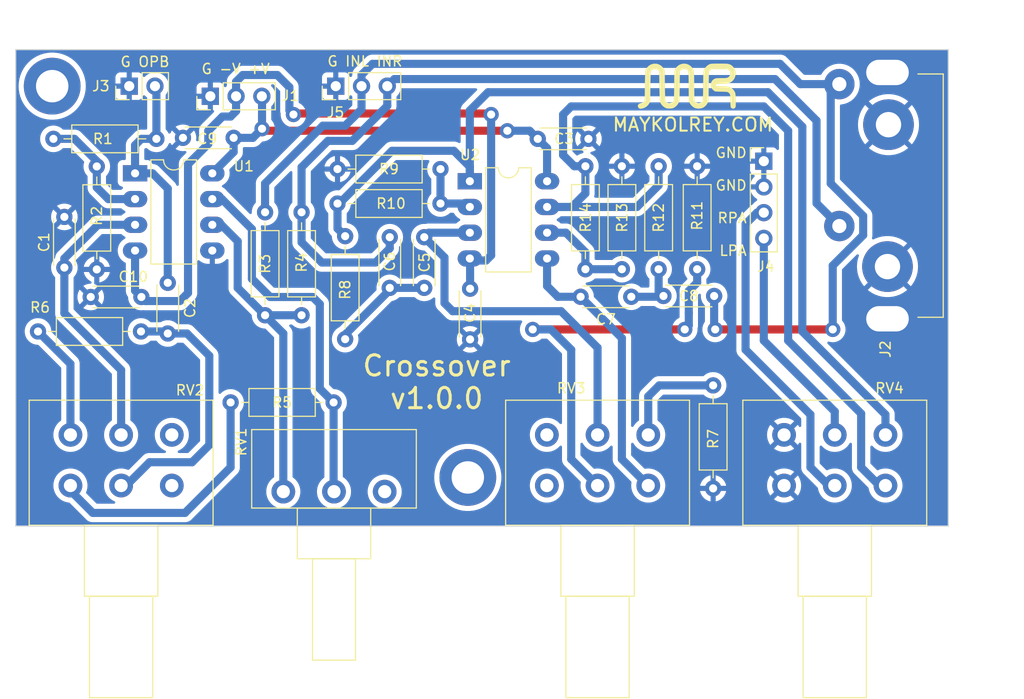
<source format=kicad_pcb>
(kicad_pcb (version 20221018) (generator pcbnew)
  (title_block (title "Crossover 2 vias") (date "2023-10-08") (rev "v1.0.0") (company "Maykol Rey") (comment 1 "Maykol Rey"))
  (layers (0 "F.Cu" signal) (31 "B.Cu" signal) (34 "B.Paste" user) (35 "F.Paste" user) (36 "B.SilkS" user "B.Silkscreen") (37 "F.SilkS" user "F.Silkscreen") (38 "B.Mask" user) (39 "F.Mask" user) (44 "Edge.Cuts" user))
  (net 0 "")
  (net 1 "GND")
  (net 2 "Net-(C1-Pad2)")
  (net 3 "/FiltroPasaBajo/OUT_ALL")
  (net 4 "Net-(C2-Pad2)")
  (net 5 "+12V")
  (net 6 "-12V")
  (net 7 "/filtroPasaAltas1/POT_P")
  (net 8 "Net-(C5-Pad2)")
  (net 9 "/filtroPasaAltas/POT_P")
  (net 10 "Net-(C7-Pad2)")
  (net 11 "/IZQUIERDO")
  (net 12 "/DERECHO")
  (net 13 "Net-(R1-Pad2)")
  (net 14 "Net-(R3-Pad1)")
  (net 15 "Net-(R5-Pad1)")
  (net 16 "/FiltroPasaBajo/IN_ALL")
  (net 17 "Net-(R6-Pad1)")
  (net 18 "/filtroPasaAltas1/POT_N")
  (net 19 "/filtroPasaAltas/POT_N")
  (net 20 "Net-(R10-Pad2)")
  (net 21 "Net-(R13-Pad1)")
  (net 27 "/IN_R")
  (net 28 "/IN_L")
  (net 29 "/filtroPasaAltas1/OUT")
  (net 30 "/filtroPasaAltas/OUT")
  (footprint "Connector_PinHeader_2.54mm:PinHeader_1x03_P2.54mm_Vertical" (layer "F.Cu") (at 132.955 80.97 90)
    (fp_text reference "J5" (at -2.6 -0.025 180) (layer "F.SilkS"))
    (fp_text value "OUT")
    (pad "1" thru_hole rect (at 0 0 90) (size 1.7 1.7) (drill 1) (layers "*.Cu" "*.Mask") (net 1 "GND"))
    (pad "2" thru_hole oval (at 0 2.54 90) (size 1.7 1.7) (drill 1) (layers "*.Cu" "*.Mask") (net 28 "/IN_L"))
    (pad "3" thru_hole oval (at 0 5.08 90) (size 1.7 1.7) (drill 1) (layers "*.Cu" "*.Mask") (net 27 "/IN_R"))
  )
  (footprint "Capacitor_THT:C_Disc_D4.3mm_W1.9mm_P5.00mm" (layer "F.Cu") (at 146.205 100.95 -90)
    (fp_text reference "C4" (at 2.4 0 90) (layer "F.SilkS"))
    (fp_text value "100nF")
    (pad "1" thru_hole circle (at 0 0 270) (size 1.6 1.6) (drill 0.8) (layers "*.Cu" "*.Mask") (net 6 "-12V"))
    (pad "2" thru_hole circle (at 5 0 270) (size 1.6 1.6) (drill 0.8) (layers "*.Cu" "*.Mask") (net 1 "GND"))
  )
  (footprint "Resistor_THT:R_Axial_DIN0207_L6.3mm_D2.5mm_P10.16mm_Horizontal" (layer "F.Cu") (at 164.805 88.87 -90)
    (fp_text reference "R12" (at 5.08 0 90) (layer "F.SilkS"))
    (fp_text value "2K")
    (pad "1" thru_hole circle (at 0 0 270) (size 1.6 1.6) (drill 0.8) (layers "*.Cu" "*.Mask") (net 30 "/filtroPasaAltas/OUT"))
    (pad "2" thru_hole oval (at 10.16 0 270) (size 1.6 1.6) (drill 0.8) (layers "*.Cu" "*.Mask") (net 10 "Net-(C7-Pad2)"))
  )
  (footprint "Package_DIP:DIP-8_W7.62mm_LongPads" (layer "F.Cu") (at 146.18 90.35)
    (fp_text reference "U2" (at 0.025 -2.6) (layer "F.SilkS"))
    (fp_text value "TL082")
    (pad "1" thru_hole rect (at 0 0) (size 2.4 1.6) (drill 0.8) (layers "*.Cu" "*.Mask") (net 29 "/filtroPasaAltas1/OUT"))
    (pad "2" thru_hole oval (at 0 2.54) (size 2.4 1.6) (drill 0.8) (layers "*.Cu" "*.Mask") (net 20 "Net-(R10-Pad2)"))
    (pad "3" thru_hole oval (at 0 5.08) (size 2.4 1.6) (drill 0.8) (layers "*.Cu" "*.Mask") (net 7 "/filtroPasaAltas1/POT_P"))
    (pad "4" thru_hole oval (at 0 7.62) (size 2.4 1.6) (drill 0.8) (layers "*.Cu" "*.Mask") (net 6 "-12V"))
    (pad "5" thru_hole oval (at 7.62 7.62) (size 2.4 1.6) (drill 0.8) (layers "*.Cu" "*.Mask") (net 9 "/filtroPasaAltas/POT_P"))
    (pad "6" thru_hole oval (at 7.62 5.08) (size 2.4 1.6) (drill 0.8) (layers "*.Cu" "*.Mask") (net 21 "Net-(R13-Pad1)"))
    (pad "7" thru_hole oval (at 7.62 2.54) (size 2.4 1.6) (drill 0.8) (layers "*.Cu" "*.Mask") (net 30 "/filtroPasaAltas/OUT"))
    (pad "8" thru_hole oval (at 7.62 0) (size 2.4 1.6) (drill 0.8) (layers "*.Cu" "*.Mask") (net 5 "+12V"))
  )
  (footprint "MSS_Devices:logo-mr_silk" (layer "F.Cu") (at 167.58 80.97)
    (fp_text reference "G***" hide)
    (fp_text value "LOGO" hide)
  )
  (footprint "Resistor_THT:R_Axial_DIN0207_L6.3mm_D2.5mm_P10.16mm_Horizontal" (layer "F.Cu") (at 161.18 99.03 90)
    (fp_text reference "R13" (at 5.08 0.025 90) (layer "F.SilkS"))
    (fp_text value "18K")
    (pad "1" thru_hole circle (at 0 0 90) (size 1.6 1.6) (drill 0.8) (layers "*.Cu" "*.Mask") (net 21 "Net-(R13-Pad1)"))
    (pad "2" thru_hole oval (at 10.16 0 90) (size 1.6 1.6) (drill 0.8) (layers "*.Cu" "*.Mask") (net 1 "GND"))
  )
  (footprint "Resistor_THT:R_Axial_DIN0207_L6.3mm_D2.5mm_P10.16mm_Horizontal" (layer "F.Cu") (at 170.18 110.49 -90)
    (fp_text reference "R7" (at 5.28 0 90) (layer "F.SilkS"))
    (fp_text value "1K")
    (pad "1" thru_hole circle (at 0 0 270) (size 1.6 1.6) (drill 0.8) (layers "*.Cu" "*.Mask") (net 18 "/filtroPasaAltas1/POT_N"))
    (pad "2" thru_hole oval (at 10.16 0 270) (size 1.6 1.6) (drill 0.8) (layers "*.Cu" "*.Mask") (net 1 "GND"))
  )
  (footprint "Capacitor_THT:C_Disc_D4.3mm_W1.9mm_P5.00mm" (layer "F.Cu") (at 141.68 95.87 -90)
    (fp_text reference "C5" (at 2.5 -0.025 90) (layer "F.SilkS"))
    (fp_text value "47nF")
    (pad "1" thru_hole circle (at 0 0 270) (size 1.6 1.6) (drill 0.8) (layers "*.Cu" "*.Mask") (net 7 "/filtroPasaAltas1/POT_P"))
    (pad "2" thru_hole circle (at 5 0 270) (size 1.6 1.6) (drill 0.8) (layers "*.Cu" "*.Mask") (net 8 "Net-(C5-Pad2)"))
  )
  (footprint "Resistor_THT:R_Axial_DIN0207_L6.3mm_D2.5mm_P10.16mm_Horizontal" (layer "F.Cu") (at 168.605 99.03 90)
    (fp_text reference "R11" (at 5.28 0 90) (layer "F.SilkS"))
    (fp_text value "1K")
    (pad "1" thru_hole circle (at 0 0 90) (size 1.6 1.6) (drill 0.8) (layers "*.Cu" "*.Mask") (net 19 "/filtroPasaAltas/POT_N"))
    (pad "2" thru_hole oval (at 10.16 0 90) (size 1.6 1.6) (drill 0.8) (layers "*.Cu" "*.Mask") (net 1 "GND"))
  )
  (footprint "Resistor_THT:R_Axial_DIN0207_L6.3mm_D2.5mm_P10.16mm_Horizontal" (layer "F.Cu") (at 115.26 86.17 180)
    (fp_text reference "R1" (at 5.28 0) (layer "F.SilkS"))
    (fp_text value "2.7K")
    (pad "1" thru_hole circle (at 0 0 180) (size 1.6 1.6) (drill 0.8) (layers "*.Cu" "*.Mask") (net 3 "/FiltroPasaBajo/OUT_ALL"))
    (pad "2" thru_hole oval (at 10.16 0 180) (size 1.6 1.6) (drill 0.8) (layers "*.Cu" "*.Mask") (net 13 "Net-(R1-Pad2)"))
  )
  (footprint "Capacitor_THT:C_Disc_D4.3mm_W1.9mm_P5.00mm" (layer "F.Cu") (at 138.28 100.87 90)
    (fp_text reference "C6" (at 2.6 0 90) (layer "F.SilkS"))
    (fp_text value "47nF")
    (pad "1" thru_hole circle (at 0 0 90) (size 1.6 1.6) (drill 0.8) (layers "*.Cu" "*.Mask") (net 8 "Net-(C5-Pad2)"))
    (pad "2" thru_hole circle (at 5 0 90) (size 1.6 1.6) (drill 0.8) (layers "*.Cu" "*.Mask") (net 27 "/IN_R"))
  )
  (footprint "MountingHole:MountingHole_3.2mm_M3_DIN965_Pad" (layer "F.Cu") (at 145.98 119.57)
    (fp_text reference "H2" hide)
    (fp_text value "MountingHole")
    (pad "1" thru_hole circle (at 0 0) (size 5.6 5.6) (drill 3.2) (layers "*.Cu" "*.Mask"))
  )
  (footprint "Resistor_THT:R_Axial_DIN0207_L6.3mm_D2.5mm_P10.16mm_Horizontal" (layer "F.Cu") (at 133.88 95.77 -90)
    (fp_text reference "R8" (at 5.28 0 90) (layer "F.SilkS"))
    (fp_text value "2K")
    (pad "1" thru_hole circle (at 0 0 270) (size 1.6 1.6) (drill 0.8) (layers "*.Cu" "*.Mask") (net 29 "/filtroPasaAltas1/OUT"))
    (pad "2" thru_hole oval (at 10.16 0 270) (size 1.6 1.6) (drill 0.8) (layers "*.Cu" "*.Mask") (net 8 "Net-(C5-Pad2)"))
  )
  (footprint "Potentiometer_THT:Potentiometer_Alps_RK163_Dual_Horizontal" (layer "F.Cu") (at 177.18 120.37 -90)
    (fp_text reference "RV4" (at -9.6 -10.4) (layer "F.SilkS"))
    (fp_text value "5K")
    (pad "1" thru_hole circle (at 0 0 270) (size 2.34 2.34) (drill 1.3) (layers "*.Cu" "*.Mask") (net 1 "GND"))
    (pad "2" thru_hole circle (at 0 -5 270) (size 2.34 2.34) (drill 1.3) (layers "*.Cu" "*.Mask") (net 11 "/IZQUIERDO"))
    (pad "3" thru_hole circle (at 0 -10 270) (size 2.34 2.34) (drill 1.3) (layers "*.Cu" "*.Mask") (net 30 "/filtroPasaAltas/OUT"))
    (pad "4" thru_hole circle (at -5 0 270) (size 2.34 2.34) (drill 1.3) (layers "*.Cu" "*.Mask") (net 1 "GND"))
    (pad "5" thru_hole circle (at -5 -5 270) (size 2.34 2.34) (drill 1.3) (layers "*.Cu" "*.Mask") (net 12 "/DERECHO"))
    (pad "6" thru_hole circle (at -5 -10 270) (size 2.34 2.34) (drill 1.3) (layers "*.Cu" "*.Mask") (net 29 "/filtroPasaAltas1/OUT"))
  )
  (footprint "Package_DIP:DIP-8_W7.62mm_LongPads" (layer "F.Cu") (at 113.155 89.57)
    (fp_text reference "U1" (at 10.725 -0.7) (layer "F.SilkS"))
    (fp_text value "TL082")
    (pad "1" thru_hole rect (at 0 0) (size 2.4 1.6) (drill 0.8) (layers "*.Cu" "*.Mask") (net 3 "/FiltroPasaBajo/OUT_ALL"))
    (pad "2" thru_hole oval (at 0 2.54) (size 2.4 1.6) (drill 0.8) (layers "*.Cu" "*.Mask") (net 13 "Net-(R1-Pad2)"))
    (pad "3" thru_hole oval (at 0 5.08) (size 2.4 1.6) (drill 0.8) (layers "*.Cu" "*.Mask") (net 2 "Net-(C1-Pad2)"))
    (pad "4" thru_hole oval (at 0 7.62) (size 2.4 1.6) (drill 0.8) (layers "*.Cu" "*.Mask") (net 6 "-12V"))
    (pad "5" thru_hole oval (at 7.62 7.62) (size 2.4 1.6) (drill 0.8) (layers "*.Cu" "*.Mask") (net 1 "GND"))
    (pad "6" thru_hole oval (at 7.62 5.08) (size 2.4 1.6) (drill 0.8) (layers "*.Cu" "*.Mask") (net 14 "Net-(R3-Pad1)"))
    (pad "7" thru_hole oval (at 7.62 2.54) (size 2.4 1.6) (drill 0.8) (layers "*.Cu" "*.Mask") (net 16 "/FiltroPasaBajo/IN_ALL"))
    (pad "8" thru_hole oval (at 7.62 0) (size 2.4 1.6) (drill 0.8) (layers "*.Cu" "*.Mask") (net 5 "+12V"))
  )
  (footprint "Connector_PinHeader_2.54mm:PinHeader_1x02_P2.54mm_Vertical" (layer "F.Cu") (at 112.58 80.97 90)
    (fp_text reference "J3" (at 0 -2.8 180) (layer "F.SilkS"))
    (fp_text value "OUT")
    (pad "1" thru_hole rect (at 0 0 90) (size 1.7 1.7) (drill 1) (layers "*.Cu" "*.Mask") (net 1 "GND"))
    (pad "2" thru_hole oval (at 0 2.54 90) (size 1.7 1.7) (drill 1) (layers "*.Cu" "*.Mask") (net 3 "/FiltroPasaBajo/OUT_ALL"))
  )
  (footprint "Resistor_THT:R_Axial_DIN0207_L6.3mm_D2.5mm_P10.16mm_Horizontal" (layer "F.Cu") (at 129.58 103.57 90)
    (fp_text reference "R4" (at 5.2 0 90) (layer "F.SilkS"))
    (fp_text value "22K")
    (pad "1" thru_hole circle (at 0 0 90) (size 1.6 1.6) (drill 0.8) (layers "*.Cu" "*.Mask") (net 14 "Net-(R3-Pad1)"))
    (pad "2" thru_hole oval (at 10.16 0 90) (size 1.6 1.6) (drill 0.8) (layers "*.Cu" "*.Mask") (net 27 "/IN_R"))
  )
  (footprint "Resistor_THT:R_Axial_DIN0207_L6.3mm_D2.5mm_P10.16mm_Horizontal" (layer "F.Cu") (at 122.58 112.17)
    (fp_text reference "R5" (at 5.08 0) (layer "F.SilkS"))
    (fp_text value "10K")
    (pad "1" thru_hole circle (at 0 0) (size 1.6 1.6) (drill 0.8) (layers "*.Cu" "*.Mask") (net 15 "Net-(R5-Pad1)"))
    (pad "2" thru_hole oval (at 10.16 0) (size 1.6 1.6) (drill 0.8) (layers "*.Cu" "*.Mask") (net 16 "/FiltroPasaBajo/IN_ALL"))
  )
  (footprint "Potentiometer_THT:Potentiometer_Alps_RK163_Dual_Horizontal" (layer "F.Cu") (at 153.78 120.37 -90)
    (fp_text reference "RV3" (at -9.6 -2.4) (layer "F.SilkS"))
    (fp_text value "5K")
    (pad "1" thru_hole circle (at 0 0 270) (size 2.34 2.34) (drill 1.3) (layers "*.Cu" "*.Mask"))
    (pad "2" thru_hole circle (at 0 -5 270) (size 2.34 2.34) (drill 1.3) (layers "*.Cu" "*.Mask") (net 19 "/filtroPasaAltas/POT_N"))
    (pad "3" thru_hole circle (at 0 -10 270) (size 2.34 2.34) (drill 1.3) (layers "*.Cu" "*.Mask") (net 9 "/filtroPasaAltas/POT_P"))
    (pad "4" thru_hole circle (at -5 0 270) (size 2.34 2.34) (drill 1.3) (layers "*.Cu" "*.Mask"))
    (pad "5" thru_hole circle (at -5 -5 270) (size 2.34 2.34) (drill 1.3) (layers "*.Cu" "*.Mask") (net 7 "/filtroPasaAltas1/POT_P"))
    (pad "6" thru_hole circle (at -5 -10 270) (size 2.34 2.34) (drill 1.3) (layers "*.Cu" "*.Mask") (net 18 "/filtroPasaAltas1/POT_N"))
  )
  (footprint "Resistor_THT:R_Axial_DIN0207_L6.3mm_D2.5mm_P10.16mm_Horizontal" (layer "F.Cu") (at 109.38 88.89 -90)
    (fp_text reference "R2" (at 4.88 0 90) (layer "F.SilkS"))
    (fp_text value "4.7K")
    (pad "1" thru_hole circle (at 0 0 270) (size 1.6 1.6) (drill 0.8) (layers "*.Cu" "*.Mask") (net 13 "Net-(R1-Pad2)"))
    (pad "2" thru_hole oval (at 10.16 0 270) (size 1.6 1.6) (drill 0.8) (layers "*.Cu" "*.Mask") (net 1 "GND"))
  )
  (footprint "Potentiometer_THT:Potentiometer_Alps_RK163_Dual_Horizontal" (layer "F.Cu") (at 106.78 120.37 -90)
    (fp_text reference "RV2" (at -9.4 -11.8) (layer "F.SilkS"))
    (fp_text value "100K")
    (pad "1" thru_hole circle (at 0 0 270) (size 2.34 2.34) (drill 1.3) (layers "*.Cu" "*.Mask") (net 15 "Net-(R5-Pad1)"))
    (pad "2" thru_hole circle (at 0 -5 270) (size 2.34 2.34) (drill 1.3) (layers "*.Cu" "*.Mask") (net 4 "Net-(C2-Pad2)"))
    (pad "3" thru_hole circle (at 0 -10 270) (size 2.34 2.34) (drill 1.3) (layers "*.Cu" "*.Mask"))
    (pad "4" thru_hole circle (at -5 0 270) (size 2.34 2.34) (drill 1.3) (layers "*.Cu" "*.Mask") (net 17 "Net-(R6-Pad1)"))
    (pad "5" thru_hole circle (at -5 -5 270) (size 2.34 2.34) (drill 1.3) (layers "*.Cu" "*.Mask") (net 2 "Net-(C1-Pad2)"))
    (pad "6" thru_hole circle (at -5 -10 270) (size 2.34 2.34) (drill 1.3) (layers "*.Cu" "*.Mask"))
  )
  (footprint "Capacitor_THT:C_Disc_D4.3mm_W1.9mm_P5.00mm" (layer "F.Cu") (at 106.18 93.87 -90)
    (fp_text reference "C1" (at 2.5 2 90) (layer "F.SilkS"))
    (fp_text value "47nF")
    (pad "1" thru_hole circle (at 0 0 270) (size 1.6 1.6) (drill 0.8) (layers "*.Cu" "*.Mask") (net 1 "GND"))
    (pad "2" thru_hole circle (at 5 0 270) (size 1.6 1.6) (drill 0.8) (layers "*.Cu" "*.Mask") (net 2 "Net-(C1-Pad2)"))
  )
  (footprint "Capacitor_THT:C_Disc_D4.3mm_W1.9mm_P5.00mm" (layer "F.Cu") (at 113.78 101.77 180)
    (fp_text reference "C10" (at 0.8 2) (layer "F.SilkS"))
    (fp_text value "100nF")
    (pad "1" thru_hole circle (at 0 0 180) (size 1.6 1.6) (drill 0.8) (layers "*.Cu" "*.Mask") (net 6 "-12V"))
    (pad "2" thru_hole circle (at 5 0 180) (size 1.6 1.6) (drill 0.8) (layers "*.Cu" "*.Mask") (net 1 "GND"))
  )
  (footprint "Resistor_THT:R_Axial_DIN0207_L6.3mm_D2.5mm_P10.16mm_Horizontal" (layer "F.Cu") (at 157.58 88.87 -90)
    (fp_text reference "R14" (at 5.08 -0.025 90) (layer "F.SilkS"))
    (fp_text value "10K")
    (pad "1" thru_hole circle (at 0 0 270) (size 1.6 1.6) (drill 0.8) (layers "*.Cu" "*.Mask") (net 30 "/filtroPasaAltas/OUT"))
    (pad "2" thru_hole oval (at 10.16 0 270) (size 1.6 1.6) (drill 0.8) (layers "*.Cu" "*.Mask") (net 21 "Net-(R13-Pad1)"))
  )
  (footprint "Capacitor_THT:C_Disc_D4.3mm_W1.9mm_P5.00mm" (layer "F.Cu") (at 165.28 101.67)
    (fp_text reference "C8" (at 2.5 0) (layer "F.SilkS"))
    (fp_text value "47nF")
    (pad "1" thru_hole circle (at 0 0) (size 1.6 1.6) (drill 0.8) (layers "*.Cu" "*.Mask") (net 10 "Net-(C7-Pad2)"))
    (pad "2" thru_hole circle (at 5 0) (size 1.6 1.6) (drill 0.8) (layers "*.Cu" "*.Mask") (net 28 "/IN_L"))
  )
  (footprint "MountingHole:MountingHole_3.2mm_M3_DIN965_Pad" (layer "F.Cu") (at 104.98 80.97)
    (fp_text reference "H1" hide)
    (fp_text value "MountingHole")
    (pad "1" thru_hole circle (at 0 0) (size 5.6 5.6) (drill 3.2) (layers "*.Cu" "*.Mask"))
  )
  (footprint "Connector_PinHeader_2.54mm:PinHeader_1x03_P2.54mm_Vertical" (layer "F.Cu") (at 120.58 81.97 90)
    (fp_text reference "J1" (at 0.05 7.9) (layer "F.SilkS"))
    (fp_text value "POWER")
    (pad "1" thru_hole rect (at 0 0 90) (size 1.7 1.7) (drill 1) (layers "*.Cu" "*.Mask") (net 1 "GND"))
    (pad "2" thru_hole oval (at 0 2.54 90) (size 1.7 1.7) (drill 1) (layers "*.Cu" "*.Mask") (net 6 "-12V"))
    (pad "3" thru_hole oval (at 0 5.08 90) (size 1.7 1.7) (drill 1) (layers "*.Cu" "*.Mask") (net 5 "+12V"))
  )
  (footprint "Capacitor_THT:C_Disc_D4.3mm_W1.9mm_P5.00mm" (layer "F.Cu") (at 157.88 86.17 180)
    (fp_text reference "C3" (at 2.4 0) (layer "F.SilkS"))
    (fp_text value "100nF")
    (pad "1" thru_hole circle (at 0 0 180) (size 1.6 1.6) (drill 0.8) (layers "*.Cu" "*.Mask") (net 1 "GND"))
    (pad "2" thru_hole circle (at 5 0 180) (size 1.6 1.6) (drill 0.8) (layers "*.Cu" "*.Mask") (net 5 "+12V"))
  )
  (footprint "Capacitor_THT:C_Disc_D4.3mm_W1.9mm_P5.00mm" (layer "F.Cu") (at 117.88 86.07)
    (fp_text reference "C9" (at 2.4 0.1) (layer "F.SilkS"))
    (fp_text value "100nF")
    (pad "1" thru_hole circle (at 0 0) (size 1.6 1.6) (drill 0.8) (layers "*.Cu" "*.Mask") (net 1 "GND"))
    (pad "2" thru_hole circle (at 5 0) (size 1.6 1.6) (drill 0.8) (layers "*.Cu" "*.Mask") (net 5 "+12V"))
  )
  (footprint "Capacitor_THT:C_Disc_D4.3mm_W1.9mm_P5.00mm" (layer "F.Cu") (at 157.105 101.75)
    (fp_text reference "C7" (at 2.5 2.22) (layer "F.SilkS"))
    (fp_text value "47nF")
    (pad "1" thru_hole circle (at 0 0) (size 1.6 1.6) (drill 0.8) (layers "*.Cu" "*.Mask") (net 9 "/filtroPasaAltas/POT_P"))
    (pad "2" thru_hole circle (at 5 0) (size 1.6 1.6) (drill 0.8) (layers "*.Cu" "*.Mask") (net 10 "Net-(C7-Pad2)"))
  )
  (footprint "Capacitor_THT:C_Disc_D4.3mm_W1.9mm_P5.00mm" (layer "F.Cu") (at 116.38 100.37 -90)
    (fp_text reference "C2" (at 2.5 -2.2 90) (layer "F.SilkS"))
    (fp_text value "47nF")
    (pad "1" thru_hole circle (at 0 0 270) (size 1.6 1.6) (drill 0.8) (layers "*.Cu" "*.Mask") (net 3 "/FiltroPasaBajo/OUT_ALL"))
    (pad "2" thru_hole circle (at 5 0 270) (size 1.6 1.6) (drill 0.8) (layers "*.Cu" "*.Mask") (net 4 "Net-(C2-Pad2)"))
  )
  (footprint "Resistor_THT:R_Axial_DIN0207_L6.3mm_D2.5mm_P10.16mm_Horizontal" (layer "F.Cu") (at 125.98 103.57 90)
    (fp_text reference "R3" (at 5.08 0 90) (layer "F.SilkS"))
    (fp_text value "22K")
    (pad "1" thru_hole circle (at 0 0 90) (size 1.6 1.6) (drill 0.8) (layers "*.Cu" "*.Mask") (net 14 "Net-(R3-Pad1)"))
    (pad "2" thru_hole oval (at 10.16 0 90) (size 1.6 1.6) (drill 0.8) (layers "*.Cu" "*.Mask") (net 28 "/IN_L"))
  )
  (footprint "Resistor_THT:R_Axial_DIN0207_L6.3mm_D2.5mm_P10.16mm_Horizontal" (layer "F.Cu") (at 133.125 92.55)
    (fp_text reference "R10" (at 5.28 0) (layer "F.SilkS"))
    (fp_text value "10K")
    (pad "1" thru_hole circle (at 0 0) (size 1.6 1.6) (drill 0.8) (layers "*.Cu" "*.Mask") (net 29 "/filtroPasaAltas1/OUT"))
    (pad "2" thru_hole oval (at 10.16 0) (size 1.6 1.6) (drill 0.8) (layers "*.Cu" "*.Mask") (net 20 "Net-(R10-Pad2)"))
  )
  (footprint "Resistor_THT:R_Axial_DIN0207_L6.3mm_D2.5mm_P10.16mm_Horizontal" (layer "F.Cu") (at 143.285 89.15 180)
    (fp_text reference "R9" (at 5.08 0) (layer "F.SilkS"))
    (fp_text value "18K")
    (pad "1" thru_hole circle (at 0 0 180) (size 1.6 1.6) (drill 0.8) (layers "*.Cu" "*.Mask") (net 20 "Net-(R10-Pad2)"))
    (pad "2" thru_hole oval (at 10.16 0 180) (size 1.6 1.6) (drill 0.8) (layers "*.Cu" "*.Mask") (net 1 "GND"))
  )
  (footprint "Potentiometer_THT:Potentiometer_Piher_T-16H_Single_Horizontal" (layer "F.Cu") (at 127.78 120.97 -90)
    (fp_text reference "RV1" (at -4.9 4.15 90) (layer "F.SilkS"))
    (fp_text value "47K")
    (pad "1" thru_hole circle (at 0 0 270) (size 2.34 2.34) (drill 1.3) (layers "*.Cu" "*.Mask") (net 14 "Net-(R3-Pad1)"))
    (pad "2" thru_hole circle (at 0 -5 270) (size 2.34 2.34) (drill 1.3) (layers "*.Cu" "*.Mask") (net 16 "/FiltroPasaBajo/IN_ALL"))
    (pad "3" thru_hole circle (at 0 -10 270) (size 2.34 2.34) (drill 1.3) (layers "*.Cu" "*.Mask"))
  )
  (footprint "Connector_PinHeader_2.54mm:PinHeader_1x04_P2.54mm_Vertical" (layer "F.Cu") (at 175.18 88.37)
    (fp_text reference "J4" (at 0.2 10.4 180) (layer "F.SilkS"))
    (fp_text value "OUT")
    (pad "1" thru_hole rect (at 0 0) (size 1.7 1.7) (drill 1) (layers "*.Cu" "*.Mask") (net 1 "GND"))
    (pad "2" thru_hole oval (at 0 2.54) (size 1.7 1.7) (drill 1) (layers "*.Cu" "*.Mask") (net 1 "GND"))
    (pad "3" thru_hole oval (at 0 5.08) (size 1.7 1.7) (drill 1) (layers "*.Cu" "*.Mask") (net 11 "/IZQUIERDO"))
    (pad "4" thru_hole oval (at 0 7.62) (size 1.7 1.7) (drill 1) (layers "*.Cu" "*.Mask") (net 12 "/DERECHO"))
  )
  (footprint "Resistor_THT:R_Axial_DIN0207_L6.3mm_D2.5mm_P10.16mm_Horizontal" (layer "F.Cu") (at 103.58 105.17)
    (fp_text reference "R6" (at 0.2 -2.37) (layer "F.SilkS"))
    (fp_text value "10K")
    (pad "1" thru_hole circle (at 0 0) (size 1.6 1.6) (drill 0.8) (layers "*.Cu" "*.Mask") (net 17 "Net-(R6-Pad1)"))
    (pad "2" thru_hole oval (at 10.16 0) (size 1.6 1.6) (drill 0.8) (layers "*.Cu" "*.Mask") (net 4 "Net-(C2-Pad2)"))
  )
  (footprint "MSS_Connector:CUI_RCJ-21XX" (layer "F.Cu") (at 187.38 91.77 -90)
    (fp_text reference "J2" (at 15.15 0.2 90) (layer "F.SilkS"))
    (fp_text value "IN")
    (pad "" np_thru_hole oval (at -12.15 0 270) (size 2.5 4.2) (drill oval 2.5 4.2) (layers "*.Cu" "*.Mask"))
    (pad "" np_thru_hole oval (at 12.15 0 270) (size 2.5 4.2) (drill oval 2.5 4.2) (layers "*.Cu" "*.Mask"))
    (pad "1" thru_hole circle (at -11 4.75 270) (size 3 3) (drill 1.4) (layers "*.Cu" "*.Mask") (net 28 "/IN_L"))
    (pad "2" thru_hole circle (at 3 4.75 270) (size 3 3) (drill 1.4) (layers "*.Cu" "*.Mask") (net 27 "/IN_R"))
    (pad "3" thru_hole circle (at -7 -0.1 270) (size 5 5) (drill 2.5) (layers "*.Cu" "*.Mask") (net 1 "GND"))
    (pad "3" thru_hole circle (at 7 0 270) (size 5 5) (drill 2.5) (layers "*.Cu" "*.Mask") (net 1 "GND"))
  )
  (footprint "MSS_Devices:logo-mr" (layer "B.Cu") (at 144.33 110.47 180)
    (fp_text reference "G***" hide)
    (fp_text value "LOGO" hide)
  )
  (gr_line (start 193.38 124.37) (end 193.38 77.37) (stroke (width 0.1)) (layer "Edge.Cuts"))
  (gr_line (start 101.38 77.37) (end 101.38 124.37) (stroke (width 0.1)) (layer "Edge.Cuts"))
  (gr_line (start 193.38 77.37) (end 101.38 77.37) (stroke (width 0.1)) (layer "Edge.Cuts"))
  (gr_line (start 101.38 124.37) (end 193.38 124.37) (stroke (width 0.1)) (layer "Edge.Cuts"))
  (gr_text "G INL INR" (at 135.83 78.52) (layer "F.SilkS") (effects (font (size 1 1))))
  (gr_text "MAYKOLREY.COM" (at 168.18 84.77) (layer "F.SilkS") (effects (font (size 1.3 1.3) (thickness 0.2))))
  (gr_text "G -V +V" (at 123.08 79.27) (layer "F.SilkS") (effects (font (size 1 1))))
  (gr_text "Crossover\n${REVISION}" (at 142.91 110.17) (layer "F.SilkS") (effects (font (size 2 2) (thickness 0.3))))
  (gr_text "GND\n\nGND\n\nRPA\n\nLPA" (at 173.58 92.37) (layer "F.SilkS") (effects (font (size 1 1)) (justify right)))
  (gr_text "G OPB" (at 114.13 78.57) (layer "F.SilkS") (effects (font (size 1 1))))
  (segment (start 106.18 98.87) (end 106.18 103.37) (width 0.8) (layer "B.Cu") (net 2))
  (segment (start 111.78 108.97) (end 111.78 115.37) (width 0.8) (layer "B.Cu") (net 2))
  (segment (start 109.5 94.65) (end 106.18 97.97) (width 0.8) (layer "B.Cu") (net 2))
  (segment (start 106.18 103.37) (end 111.78 108.97) (width 0.8) (layer "B.Cu") (net 2))
  (segment (start 106.18 97.97) (end 106.18 98.87) (width 0.8) (layer "B.Cu") (net 2))
  (segment (start 113.155 94.65) (end 109.5 94.65) (width 0.8) (layer "B.Cu") (net 2))
  (segment (start 113.155 86.795) (end 113.155 89.57) (width 0.8) (layer "B.Cu") (net 3))
  (segment (start 113.78 86.17) (end 113.155 86.795) (width 0.8) (layer "B.Cu") (net 3))
  (segment (start 115.26 86.17) (end 113.78 86.17) (width 0.8) (layer "B.Cu") (net 3))
  (segment (start 115.26 81.11) (end 115.26 86.17) (width 0.8) (layer "B.Cu") (net 3))
  (segment (start 116.38 91.07) (end 114.88 89.57) (width 0.8) (layer "B.Cu") (net 3))
  (segment (start 115.12 80.97) (end 115.26 81.11) (width 0.8) (layer "B.Cu") (net 3))
  (segment (start 116.38 100.37) (end 116.38 91.07) (width 0.8) (layer "B.Cu") (net 3))
  (segment (start 114.88 89.57) (end 113.155 89.57) (width 0.8) (layer "B.Cu") (net 3))
  (segment (start 116.18 105.17) (end 113.74 105.17) (width 0.8) (layer "B.Cu") (net 4))
  (segment (start 118.78 118.07) (end 120.48 116.37) (width 0.8) (layer "B.Cu") (net 4))
  (segment (start 120.48 116.37) (end 120.48 107.57) (width 0.8) (layer "B.Cu") (net 4))
  (segment (start 118.28 105.37) (end 116.38 105.37) (width 0.8) (layer "B.Cu") (net 4))
  (segment (start 114.58 118.07) (end 118.78 118.07) (width 0.8) (layer "B.Cu") (net 4))
  (segment (start 120.48 107.57) (end 118.28 105.37) (width 0.8) (layer "B.Cu") (net 4))
  (segment (start 111.78 120.87) (end 114.58 118.07) (width 0.8) (layer "B.Cu") (net 4))
  (segment (start 125.88 85.37) (end 149.88 85.37) (width 0.8) (layer "F.Cu") (net 5))
  (segment (start 125.68 85.17) (end 125.88 85.37) (width 0.8) (layer "F.Cu") (net 5))
  (via (at 149.88 85.37) (size 1.5) (drill 0.8) (layers "F.Cu" "B.Cu") (net 5))
  (via (at 125.68 85.17) (size 1.5) (drill 0.8) (layers "F.Cu" "B.Cu") (net 5))
  (segment (start 149.88 85.37) (end 152.08 85.37) (width 0.8) (layer "B.Cu") (net 5))
  (segment (start 152.08 85.37) (end 152.88 86.17) (width 0.8) (layer "B.Cu") (net 5))
  (segment (start 125.68 85.17) (end 125.68 81.99) (width 0.8) (layer "B.Cu") (net 5))
  (segment (start 125.68 85.17) (end 124.78 86.07) (width 0.8) (layer "B.Cu") (net 5))
  (segment (start 124.78 86.07) (end 122.88 86.07) (width 0.8) (layer "B.Cu") (net 5))
  (segment (start 125.68 81.99) (end 125.66 81.97) (width 0.8) (layer "B.Cu") (net 5))
  (segment (start 120.775 89.57) (end 122.88 87.465) (width 0.8) (layer "B.Cu") (net 5))
  (segment (start 122.88 87.465) (end 122.88 86.07) (width 0.8) (layer "B.Cu") (net 5))
  (segment (start 153.8 87.09) (end 152.88 86.17) (width 0.8) (layer "B.Cu") (net 5))
  (segment (start 153.8 90.35) (end 153.8 87.09) (width 0.8) (layer "B.Cu") (net 5))
  (segment (start 128.88 83.67) (end 148.18 83.67) (width 0.8) (layer "F.Cu") (net 6))
  (segment (start 128.78 83.77) (end 128.88 83.67) (width 0.8) (layer "F.Cu") (net 6))
  (segment (start 148.18 83.67) (end 148.28 83.77) (width 0.8) (layer "F.Cu") (net 6))
  (via (at 128.78 83.77) (size 1.5) (drill 0.8) (layers "F.Cu" "B.Cu") (net 6))
  (via (at 148.28 83.77) (size 1.5) (drill 0.8) (layers "F.Cu" "B.Cu") (net 6))
  (segment (start 148.28 83.77) (end 148.28 97.67) (width 0.8) (layer "B.Cu") (net 6))
  (segment (start 113.155 101.145) (end 113.78 101.77) (width 0.8) (layer "B.Cu") (net 6))
  (segment (start 148.28 97.67) (end 147.78 98.17) (width 0.8) (layer "B.Cu") (net 6))
  (segment (start 128.38 81.07) (end 127.18 79.87) (width 0.8) (layer "B.Cu") (net 6))
  (segment (start 128.38 83.37) (end 128.38 81.07) (width 0.8) (layer "B.Cu") (net 6))
  (segment (start 147.78 98.17) (end 146.38 98.17) (width 0.8) (layer "B.Cu") (net 6))
  (segment (start 123.12 83.43) (end 123.12 81.97) (width 0.8) (layer "B.Cu") (net 6))
  (segment (start 123.78 79.87) (end 123.12 80.53) (width 0.8) (layer "B.Cu") (net 6))
  (segment (start 121.78 83.97) (end 122.58 83.97) (width 0.8) (layer "B.Cu") (net 6))
  (segment (start 120.38 86.67) (end 120.38 85.37) (width 0.8) (layer "B.Cu") (net 6))
  (segment (start 123.12 80.53) (end 123.12 81.97) (width 0.8) (layer "B.Cu") (net 6))
  (segment (start 113.78 101.77) (end 114.18 102.17) (width 0.8) (layer "B.Cu") (net 6))
  (segment (start 146.38 98.17) (end 146.18 97.97) (width 0.8) (layer "B.Cu") (net 6))
  (segment (start 118.38 88.67) (end 120.38 86.67) (width 0.8) (layer "B.Cu") (net 6))
  (segment (start 128.78 83.77) (end 128.38 83.37) (width 0.8) (layer "B.Cu") (net 6))
  (segment (start 117.58 102.17) (end 118.38 101.37) (width 0.8) (layer "B.Cu") (net 6))
  (segment (start 113.155 97.19) (end 113.155 101.145) (width 0.8) (layer "B.Cu") (net 6))
  (segment (start 127.18 79.87) (end 123.78 79.87) (width 0.8) (layer "B.Cu") (net 6))
  (segment (start 114.18 102.17) (end 117.58 102.17) (width 0.8) (layer "B.Cu") (net 6))
  (segment (start 118.38 101.37) (end 118.38 88.67) (width 0.8) (layer "B.Cu") (net 6))
  (segment (start 146.205 97.995) (end 146.18 97.97) (width 0.8) (layer "B.Cu") (net 6))
  (segment (start 122.58 83.97) (end 123.12 83.43) (width 0.8) (layer "B.Cu") (net 6))
  (segment (start 120.38 85.37) (end 121.78 83.97) (width 0.8) (layer "B.Cu") (net 6))
  (segment (start 146.205 100.95) (end 146.205 97.995) (width 0.8) (layer "B.Cu") (net 6))
  (segment (start 143.68 102.37) (end 143.68 97.87) (width 0.8) (layer "B.Cu") (net 7))
  (segment (start 146.18 95.43) (end 142.12 95.43) (width 0.8) (layer "B.Cu") (net 7))
  (segment (start 158.78 115.37) (end 158.78 106.77) (width 0.8) (layer "B.Cu") (net 7))
  (segment (start 155.18 103.17) (end 144.48 103.17) (width 0.8) (layer "B.Cu") (net 7))
  (segment (start 142.12 95.43) (end 141.68 95.87) (width 0.8) (layer "B.Cu") (net 7))
  (segment (start 144.48 103.17) (end 143.68 102.37) (width 0.8) (layer "B.Cu") (net 7))
  (segment (start 158.78 106.77) (end 155.18 103.17) (width 0.8) (layer "B.Cu") (net 7))
  (segment (start 143.68 97.87) (end 141.68 95.87) (width 0.8) (layer "B.Cu") (net 7))
  (segment (start 138.28 101.075) (end 138.28 100.87) (width 0.8) (layer "B.Cu") (net 8))
  (segment (start 133.88 105.475) (end 138.28 101.075) (width 0.8) (layer "B.Cu") (net 8))
  (segment (start 133.88 105.93) (end 133.88 105.475) (width 0.8) (layer "B.Cu") (net 8))
  (segment (start 138.28 100.87) (end 141.68 100.87) (width 0.8) (layer "B.Cu") (net 8))
  (segment (start 153.8 100.69) (end 154.86 101.75) (width 0.8) (layer "B.Cu") (net 9))
  (segment (start 157.105 101.75) (end 161.18 105.825) (width 0.8) (layer "B.Cu") (net 9))
  (segment (start 154.86 101.75) (end 157.105 101.75) (width 0.8) (layer "B.Cu") (net 9))
  (segment (start 153.8 97.97) (end 153.8 100.69) (width 0.8) (layer "B.Cu") (net 9))
  (segment (start 161.18 105.825) (end 161.18 117.77) (width 0.8) (layer "B.Cu") (net 9))
  (segment (start 161.18 117.77) (end 163.78 120.37) (width 0.8) (layer "B.Cu") (net 9))
  (segment (start 162.105 101.75) (end 165.2 101.75) (width 0.8) (layer "B.Cu") (net 10))
  (segment (start 164.805 99.03) (end 164.805 101.195) (width 0.8) (layer "B.Cu") (net 10))
  (segment (start 165.2 101.75) (end 165.28 101.67) (width 0.8) (layer "B.Cu") (net 10))
  (segment (start 164.805 101.195) (end 165.28 101.67) (width 0.8) (layer "B.Cu") (net 10))
  (segment (start 175.18 93.45) (end 174.5 93.45) (width 0.8) (layer "B.Cu") (net 11))
  (segment (start 179.78 113.37) (end 179.78 118.57) (width 0.8) (layer "B.Cu") (net 11))
  (segment (start 174.5 93.45) (end 173.38 94.57) (width 0.8) (layer "B.Cu") (net 11))
  (segment (start 173.38 94.57) (end 173.38 106.97) (width 0.8) (layer "B.Cu") (net 11))
  (segment (start 179.78 118.57) (end 182.18 120.97) (width 0.8) (layer "B.Cu") (net 11))
  (segment (start 173.38 106.97) (end 179.78 113.37) (width 0.8) (layer "B.Cu") (net 11))
  (segment (start 182.18 115.37) (end 182.18 113.07) (width 0.8) (layer "B.Cu") (net 12))
  (segment (start 175.18 106.07) (end 175.18 95.99) (width 0.8) (layer "B.Cu") (net 12))
  (segment (start 182.18 113.07) (end 175.18 106.07) (width 0.8) (layer "B.Cu") (net 12))
  (segment (start 110.52 92.11) (end 109.38 90.97) (width 0.8) (layer "B.Cu") (net 13))
  (segment (start 107.18 86.17) (end 105.1 86.17) (width 0.8) (layer "B.Cu") (net 13))
  (segment (start 113.155 92.11) (end 110.52 92.11) (width 0.8) (layer "B.Cu") (net 13))
  (segment (start 109.38 88.89) (end 109.38 88.37) (width 0.8) (layer "B.Cu") (net 13))
  (segment (start 109.38 88.37) (end 107.18 86.17) (width 0.8) (layer "B.Cu") (net 13))
  (segment (start 109.38 90.97) (end 109.38 88.89) (width 0.8) (layer "B.Cu") (net 13))
  (segment (start 123.28 100.87) (end 123.28 96.27) (width 0.8) (layer "B.Cu") (net 14))
  (segment (start 125.98 103.57) (end 123.28 100.87) (width 0.8) (layer "B.Cu") (net 14))
  (segment (start 127.78 105.37) (end 125.98 103.57) (width 0.8) (layer "B.Cu") (net 14))
  (segment (start 129.58 103.57) (end 125.98 103.57) (width 0.8) (layer "B.Cu") (net 14))
  (segment (start 121.66 94.65) (end 120.775 94.65) (width 0.8) (layer "B.Cu") (net 14))
  (segment (start 127.78 120.97) (end 127.78 105.37) (width 0.8) (layer "B.Cu") (net 14))
  (segment (start 123.28 96.27) (end 121.66 94.65) (width 0.8) (layer "B.Cu") (net 14))
  (segment (start 122.58 118.57) (end 118.08 123.07) (width 0.8) (layer "B.Cu") (net 15))
  (segment (start 108.98 123.07) (end 106.78 120.87) (width 0.8) (layer "B.Cu") (net 15))
  (segment (start 118.08 123.07) (end 108.98 123.07) (width 0.8) (layer "B.Cu") (net 15))
  (segment (start 122.58 112.17) (end 122.58 118.57) (width 0.8) (layer "B.Cu") (net 15))
  (segment (start 131.38 110.81) (end 131.38 102.47) (width 0.8) (layer "B.Cu") (net 16))
  (segment (start 126.48 101.77) (end 124.68 99.97) (width 0.8) (layer "B.Cu") (net 16))
  (segment (start 132.74 112.17) (end 132.74 120.93) (width 0.8) (layer "B.Cu") (net 16))
  (segment (start 121.72 92.11) (end 120.775 92.11) (width 0.8) (layer "B.Cu") (net 16))
  (segment (start 132.74 120.93) (end 132.78 120.97) (width 0.8) (layer "B.Cu") (net 16))
  (segment (start 130.68 101.77) (end 126.48 101.77) (width 0.8) (layer "B.Cu") (net 16))
  (segment (start 124.68 95.07) (end 121.72 92.11) (width 0.8) (layer "B.Cu") (net 16))
  (segment (start 131.38 110.81) (end 132.74 112.17) (width 0.8) (layer "B.Cu") (net 16))
  (segment (start 131.38 102.47) (end 130.68 101.77) (width 0.8) (layer "B.Cu") (net 16))
  (segment (start 124.68 99.97) (end 124.68 95.07) (width 0.8) (layer "B.Cu") (net 16))
  (segment (start 106.78 115.37) (end 106.78 108.37) (width 0.8) (layer "B.Cu") (net 17))
  (segment (start 106.78 108.37) (end 103.58 105.17) (width 0.8) (layer "B.Cu") (net 17))
  (segment (start 163.78 115.37) (end 163.78 111.57) (width 0.8) (layer "B.Cu") (net 18))
  (segment (start 163.78 111.57) (end 164.86 110.49) (width 0.8) (layer "B.Cu") (net 18))
  (segment (start 164.86 110.49) (end 170.18 110.49) (width 0.8) (layer "B.Cu") (net 18))
  (segment (start 152.38 104.97) (end 167.38 104.97) (width 0.8) (layer "F.Cu") (net 19))
  (via (at 152.38 104.97) (size 1.5) (drill 0.8) (layers "F.Cu" "B.Cu") (net 19))
  (via (at 167.38 104.97) (size 1.5) (drill 0.8) (layers "F.Cu" "B.Cu") (net 19))
  (segment (start 156.18 117.77) (end 158.78 120.37) (width 0.8) (layer "B.Cu") (net 19))
  (segment (start 167.78 101.17) (end 168.605 100.345) (width 0.8) (layer "B.Cu") (net 19))
  (segment (start 156.18 106.97) (end 156.18 117.77) (width 0.8) (layer "B.Cu") (net 19))
  (segment (start 167.78 103.37) (end 167.78 104.57) (width 0.8) (layer "B.Cu") (net 19))
  (segment (start 167.78 103.37) (end 167.78 101.17) (width 0.8) (layer "B.Cu") (net 19))
  (segment (start 152.38 104.97) (end 154.18 104.97) (width 0.8) (layer "B.Cu") (net 19))
  (segment (start 154.18 104.97) (end 156.18 106.97) (width 0.8) (layer "B.Cu") (net 19))
  (segment (start 168.605 100.345) (end 168.605 99.03) (width 0.8) (layer "B.Cu") (net 19))
  (segment (start 167.78 104.57) (end 167.38 104.97) (width 0.8) (layer "B.Cu") (net 19))
  (segment (start 143.285 92.55) (end 145.84 92.55) (width 0.8) (layer "B.Cu") (net 20))
  (segment (start 143.285 89.15) (end 143.285 92.55) (width 0.8) (layer "B.Cu") (net 20))
  (segment (start 145.84 92.55) (end 146.18 92.89) (width 0.8) (layer "B.Cu") (net 20))
  (segment (start 161.18 99.03) (end 157.58 99.03) (width 0.8) (layer "B.Cu") (net 21))
  (segment (start 153.8 95.43) (end 155.66 95.43) (width 0.8) (layer "B.Cu") (net 21))
  (segment (start 157.58 97.35) (end 157.58 99.03) (width 0.8) (layer "B.Cu") (net 21))
  (segment (start 155.66 95.43) (end 157.58 97.35) (width 0.8) (layer "B.Cu") (net 21))
  (segment (start 138.035 82.915) (end 134.58 86.37) (width 0.8) (layer "B.Cu") (net 27))
  (segment (start 138.28 96.97) (end 138.28 95.87) (width 0.8) (layer "B.Cu") (net 27))
  (segment (start 138.735 80.27) (end 138.035 80.97) (width 0.8) (layer "B.Cu") (net 27))
  (segment (start 176.28 80.27) (end 138.735 80.27) (width 0.8) (layer "B.Cu") (net 27))
  (segment (start 129.58 88.97) (end 129.58 93.41) (width 0.8) (layer "B.Cu") (net 27))
  (segment (start 134.58 86.37) (end 132.18 86.37) (width 0.8) (layer "B.Cu") (net 27))
  (segment (start 180.38 92.52) (end 180.38 84.37) (width 0.8) (layer "B.Cu") (net 27))
  (segment (start 132.18 86.37) (end 129.58 88.97) (width 0.8) (layer "B.Cu") (net 27))
  (segment (start 180.38 84.37) (end 176.28 80.27) (width 0.8) (layer "B.Cu") (net 27))
  (segment (start 182.63 94.77) (end 180.38 92.52) (width 0.8) (layer "B.Cu") (net 27))
  (segment (start 131.58 98.37) (end 136.88 98.37) (width 0.8) (layer "B.Cu") (net 27))
  (segment (start 129.58 93.41) (end 129.58 96.37) (width 0.8) (layer "B.Cu") (net 27))
  (segment (start 129.58 96.37) (end 131.58 98.37) (width 0.8) (layer "B.Cu") (net 27))
  (segment (start 138.035 80.97) (end 138.035 82.915) (width 0.8) (layer "B.Cu") (net 27))
  (segment (start 136.88 98.37) (end 138.28 96.97) (width 0.8) (layer "B.Cu") (net 27))
  (segment (start 170.38 104.97) (end 181.98 104.97) (width 0.8) (layer "F.Cu") (net 28))
  (via (at 170.38 104.97) (size 1.5) (drill 0.8) (layers "F.Cu" "B.Cu") (net 28))
  (via (at 181.98 104.97) (size 1.5) (drill 0.8) (layers "F.Cu" "B.Cu") (net 28))
  (segment (start 135.495 83.255) (end 133.88 84.87) (width 0.8) (layer "B.Cu") (net 28))
  (segment (start 183.58249 97.069511) (end 184.98 95.672001) (width 0.8) (layer "B.Cu") (net 28))
  (segment (start 170.28 104.87) (end 170.28 101.67) (width 0.8) (layer "B.Cu") (net 28))
  (segment (start 184.98 93.77) (end 181.78 90.57) (width 0.8) (layer "B.Cu") (net 28))
  (segment (start 131.68 84.87) (end 125.98 90.57) (width 0.8) (layer "B.Cu") (net 28))
  (segment (start 178.78 80.77) (end 176.78 78.77) (width 0.8) (layer "B.Cu") (net 28))
  (segment (start 181.98 104.97) (end 181.98 98.67) (width 0.8) (layer "B.Cu") (net 28))
  (segment (start 176.78 78.77) (end 136.58 78.77) (width 0.8) (layer "B.Cu") (net 28))
  (segment (start 182.63 80.77) (end 178.78 80.77) (width 0.8) (layer "B.Cu") (net 28))
  (segment (start 135.495 79.855) (end 135.495 80.97) (width 0.8) (layer "B.Cu") (net 28))
  (segment (start 170.38 104.97) (end 170.28 104.87) (width 0.8) (layer "B.Cu") (net 28))
  (segment (start 181.78 81.62) (end 182.63 80.77) (width 0.8) (layer "B.Cu") (net 28))
  (segment (start 181.98 98.67) (end 183.580489 97.069511) (width 0.8) (layer "B.Cu") (net 28))
  (segment (start 125.98 90.57) (end 125.98 93.41) (width 0.8) (layer "B.Cu") (net 28))
  (segment (start 136.58 78.77) (end 135.495 79.855) (width 0.8) (layer "B.Cu") (net 28))
  (segment (start 183.580489 97.069511) (end 183.58249 97.069511) (width 0.8) (layer "B.Cu") (net 28))
  (segment (start 135.495 80.97) (end 135.495 83.255) (width 0.8) (layer "B.Cu") (net 28))
  (segment (start 181.78 90.57) (end 181.78 81.62) (width 0.8) (layer "B.Cu") (net 28))
  (segment (start 184.98 95.672001) (end 184.98 93.77) (width 0.8) (layer "B.Cu") (net 28))
  (segment (start 133.88 84.87) (end 131.68 84.87) (width 0.8) (layer "B.Cu") (net 28))
  (segment (start 138.5 87.35) (end 144.605 87.35) (width 0.8) (layer "B.Cu") (net 29))
  (segment (start 133.3 92.55) (end 138.5 87.35) (width 0.8) (layer "B.Cu") (net 29))
  (segment (start 146.18 88.925) (end 146.18 90.35) (width 0.8) (layer "B.Cu") (net 29))
  (segment (start 175.58 81.57) (end 178.98 84.97) (width 0.8) (layer "B.Cu") (net 29))
  (segment (start 146.18 83.37) (end 147.98 81.57) (width 0.8) (layer "B.Cu") (net 29))
  (segment (start 146.18 90.35) (end 146.18 83.37) (width 0.8) (layer "B.Cu") (net 29))
  (segment (start 147.98 81.57) (end 175.58 81.57) (width 0.8) (layer "B.Cu") (net 29))
  (segment (start 133.125 92.55) (end 133.125 95.015) (width 0.8) (layer "B.Cu") (net 29))
  (segment (start 133.125 92.55) (end 133.3 92.55) (width 0.8) (layer "B.Cu") (net 29))
  (segment (start 178.98 84.97) (end 178.98 105.17) (width 0.8) (layer "B.Cu") (net 29))
  (segment (start 178.98 105.17) (end 187.18 113.37) (width 0.8) (layer "B.Cu") (net 29))
  (segment (start 187.18 113.37) (end 187.18 115.37) (width 0.8) (layer "B.Cu") (net 29))
  (segment (start 133.125 95.015) (end 133.88 95.77) (width 0.8) (layer "B.Cu") (net 29))
  (segment (start 144.605 87.35) (end 146.18 88.925) (width 0.8) (layer "B.Cu") (net 29))
  (segment (start 156.24 92.89) (end 157.58 91.55) (width 0.8) (layer "B.Cu") (net 30))
  (segment (start 184.78 113.27) (end 177.58 106.07) (width 0.8) (layer "B.Cu") (net 30))
  (segment (start 187.18 120.97) (end 184.78 118.57) (width 0.8) (layer "B.Cu") (net 30))
  (segment (start 164.805 90.75) (end 164.805 88.87) (width 0.8) (layer "B.Cu") (net 30))
  (segment (start 175.18 82.97) (end 156.18 82.97) (width 0.8) (layer "B.Cu") (net 30))
  (segment (start 153.8 92.89) (end 156.24 92.89) (width 0.8) (layer "B.Cu") (net 30))
  (segment (start 156.48 88.87) (end 157.58 88.87) (width 0.8) (layer "B.Cu") (net 30))
  (segment (start 177.58 106.07) (end 177.58 85.37) (width 0.8) (layer "B.Cu") (net 30))
  (segment (start 184.78 118.57) (end 184.78 113.27) (width 0.8) (layer "B.Cu") (net 30))
  (segment (start 157.58 91.55) (end 157.58 88.87) (width 0.8) (layer "B.Cu") (net 30))
  (segment (start 155.38 83.77) (end 155.38 87.77) (width 0.8) (layer "B.Cu") (net 30))
  (segment (start 153.8 92.89) (end 162.665 92.89) (width 0.8) (layer "B.Cu") (net 30))
  (segment (start 177.58 85.37) (end 175.18 82.97) (width 0.8) (layer "B.Cu") (net 30))
  (segment (start 156.18 82.97) (end 155.38 83.77) (width 0.8) (layer "B.Cu") (net 30))
  (segment (start 155.38 87.77) (end 156.48 88.87) (width 0.8) (layer "B.Cu") (net 30))
  (segment (start 162.665 92.89) (end 164.805 90.75) (width 0.8) (layer "B.Cu") (net 30))
  (zone (net 1) (net_name "GND") (layer "B.Cu") (connect_pads (clearance 0.508)) (min_thickness 0.254) (fill yes (thermal_gap 0.508) (thermal_bridge_width 0.508))
    (polygon (pts (xy 194.38 125.37) (xy 100.38 125.37) (xy 100.38 76.37) (xy 194.38 76.37)))
  )
)
</source>
